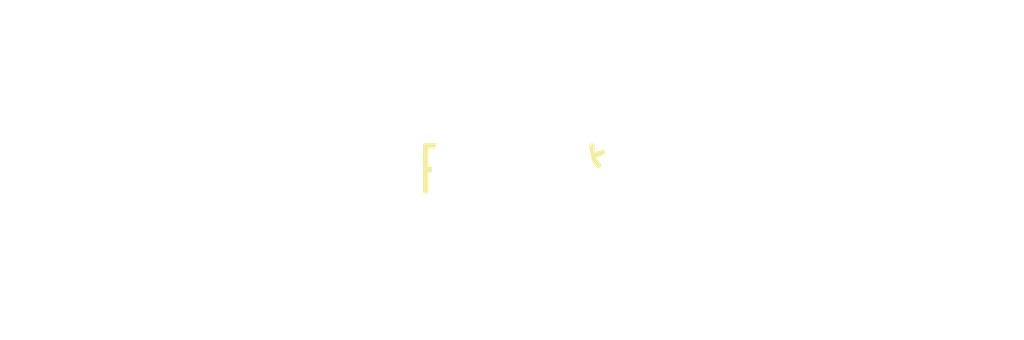
<source format=kicad_pcb>
(kicad_pcb (version 20240108) (generator pcbnew)
  (layers (0 "F.Cu" signal) (31 "B.Cu" signal) (34 "B.Paste" user) (35 "F.Paste" user) (36 "B.SilkS" user "B.Silkscreen") (37 "F.SilkS" user "F.Silkscreen") (38 "B.Mask" user) (39 "F.Mask" user) (44 "Edge.Cuts" user))
  (net 0 "")
  (footprint "MountingHole_4.5mm_Pad_Via" (layer "F.Cu") (at 0 0)
    (property "Reference" "REF**")
    (property "Value" "MountingHole_4.5mm_Pad_Via")
    (pad "1" thru_hole circle (at -3.375 0) (size 0.9 0.9) (drill 0.6) (layers *.Cu *.Mask) (remove_unused_layers))
    (pad "1" thru_hole circle (at -2.386485 -2.386485) (size 0.9 0.9) (drill 0.6) (layers *.Cu *.Mask) (remove_unused_layers))
    (pad "1" thru_hole circle (at -2.386485 2.386485) (size 0.9 0.9) (drill 0.6) (layers *.Cu *.Mask) (remove_unused_layers))
    (pad "1" thru_hole circle (at 0 -3.375) (size 0.9 0.9) (drill 0.6) (layers *.Cu *.Mask) (remove_unused_layers))
    (pad "1" thru_hole circle (at 0 0) (size 9 9) (drill 4.5) (layers *.Cu *.Mask) (remove_unused_layers))
    (pad "1" thru_hole circle (at 0 3.375) (size 0.9 0.9) (drill 0.6) (layers *.Cu *.Mask) (remove_unused_layers))
    (pad "1" thru_hole circle (at 2.386485 -2.386485) (size 0.9 0.9) (drill 0.6) (layers *.Cu *.Mask) (remove_unused_layers))
    (pad "1" thru_hole circle (at 2.386485 2.386485) (size 0.9 0.9) (drill 0.6) (layers *.Cu *.Mask) (remove_unused_layers))
    (pad "1" thru_hole circle (at 3.375 0) (size 0.9 0.9) (drill 0.6) (layers *.Cu *.Mask) (remove_unused_layers))
  )
)
</source>
